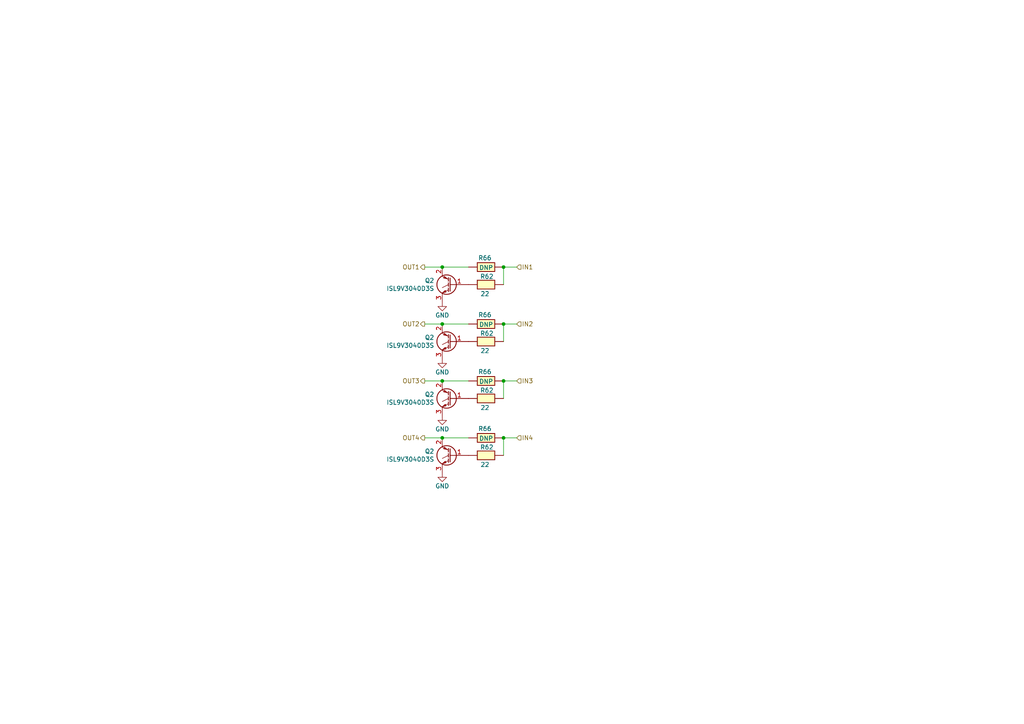
<source format=kicad_sch>
(kicad_sch (version 20230121) (generator eeschema)
  (paper "A4")
  (lib_symbols
    (symbol "Device:Q_NIGBT_GCE" (pin_names (offset 0) hide)
      (property "Reference" "Q" (at 5.08 1.27 0))
      (property "Value" "Q_NIGBT_GCE" (at 5.08 -1.27 0))
      (symbol "Q_NIGBT_GCE_0_1"
        (polyline (pts (xy 0.762 -1.016) (xy 0.762 -2.032)) (stroke (width 0.254)))
        (polyline (pts (xy 0.762 0.508) (xy 0.762 -0.508)) (stroke (width 0.254)))
        (polyline (pts (xy 0.762 2.032) (xy 0.762 1.016)) (stroke (width 0.254)))
        (polyline (pts (xy 2.54 -2.413) (xy 0.762 -1.524)))
        (polyline (pts (xy 2.54 -0.889) (xy 0.762 0)))
        (polyline (pts (xy 2.54 2.413) (xy 0.762 1.524)))
        (polyline (pts (xy 0.254 1.905) (xy 0.254 -1.905) (xy 0.254 -1.905)) (stroke (width 0.254)))
        (polyline (pts (xy 1.397 -2.159) (xy 1.651 -1.651) (xy 2.54 -2.413) (xy 1.397 -2.159)) (fill (type outline)))
        (polyline (pts (xy 2.159 1.905) (xy 1.905 2.413) (xy 1.016 1.651) (xy 2.159 1.905)) (fill (type outline)))
        (circle (center 1.27 0) (radius 2.8194) (stroke (width 0.254)))
      )
      (symbol "Q_NIGBT_GCE_1_1"
        (pin input line (at -5.08 0 0) (length 5.334) (name "G") (number "1"))
        (pin passive line (at 2.54 5.08 270) (length 2.54) (name "C") (number "2"))
        (pin passive line (at 2.54 -5.08 90) (length 2.54) (name "E") (number "3"))
      )
    )
    (symbol "hellen-one-common:Res" (pin_numbers hide)
      (property "Reference" "R" (at 3.81 2.54 0))
      (property "Value" "Res" (at 5.08 -2.54 0))
      (symbol "Res_1_0"
        (rectangle (start 2.54 -1.27) (end 7.62 1.27) (stroke (width 0.254)) (fill (type background)))
        (pin passive line (at 0 0 0) (length 2.54) (name "") (number "1"))
        (pin passive line (at 10.16 0 180) (length 2.54) (name "") (number "2"))
      )
    )
    (symbol "power:GND" (power) (pin_names (offset 0))
      (property "Value" "GND" (at 0 -3.81 0))
      (symbol "GND_0_1"
        (polyline (pts (xy 0 0) (xy 0 -1.27) (xy 1.27 -1.27) (xy 0 -2.54) (xy -1.27 -1.27) (xy 0 -1.27)))
      )
      (symbol "GND_1_1"
        (pin power_in line (at 0 0 270) (length 0) hide (name "GND") (number "1"))
      )
    )
  )
  (junction (at 128.27 93.98))
  (junction (at 146.05 93.98))
  (junction (at 128.27 77.47))
  (junction (at 146.05 127))
  (junction (at 146.05 110.49))
  (junction (at 128.27 110.49))
  (junction (at 128.27 127))
  (junction (at 146.05 77.47))
  (wire (pts (xy 128.27 77.47) (xy 135.89 77.47)))
  (wire (pts (xy 146.05 93.98) (xy 146.05 99.06)))
  (wire (pts (xy 146.05 77.47) (xy 146.05 82.55)))
  (wire (pts (xy 146.05 110.49) (xy 149.86 110.49)))
  (wire (pts (xy 123.19 127) (xy 128.27 127)))
  (wire (pts (xy 123.19 77.47) (xy 128.27 77.47)))
  (wire (pts (xy 146.05 110.49) (xy 146.05 115.57)))
  (wire (pts (xy 128.27 110.49) (xy 135.89 110.49)))
  (wire (pts (xy 146.05 93.98) (xy 149.86 93.98)))
  (wire (pts (xy 146.05 127) (xy 146.05 132.08)))
  (wire (pts (xy 146.05 127) (xy 149.86 127)))
  (wire (pts (xy 123.19 93.98) (xy 128.27 93.98)))
  (wire (pts (xy 128.27 93.98) (xy 135.89 93.98)))
  (wire (pts (xy 123.19 110.49) (xy 128.27 110.49)))
  (wire (pts (xy 128.27 127) (xy 135.89 127)))
  (wire (pts (xy 146.05 77.47) (xy 149.86 77.47)))
  (hierarchical_label "IN1" (shape input) (at 149.86 77.47 0))
  (hierarchical_label "OUT3" (shape output) (at 123.19 110.49 180))
  (hierarchical_label "OUT1" (shape output) (at 123.19 77.47 180))
  (hierarchical_label "IN2" (shape input) (at 149.86 93.98 0))
  (hierarchical_label "IN3" (shape input) (at 149.86 110.49 0))
  (hierarchical_label "OUT4" (shape output) (at 123.19 127 180))
  (hierarchical_label "OUT2" (shape output) (at 123.19 93.98 180))
  (hierarchical_label "IN4" (shape input) (at 149.86 127 0))
  (symbol (lib_id "hellen-one-common:Res") (at 146.05 77.47 0) (mirror y) (unit 1)
    (property "Reference" "R66" (at 140.6496 74.8253 0))
    (property "Value" "DNP" (at 140.9965 77.6327 0))
    (property "Footprint" "Resistor_SMD:R_2512_6332Metric" (effects hide))
    (instances (project "hellen-hyundai-pb-154" (path "" (reference "R66") (unit 1)) (path "" (reference "R57") (unit 1))))
  )
  (symbol (lib_id "Device:Q_NIGBT_GCE") (at 130.81 132.08 0) (mirror y) (unit 1)
    (property "Reference" "Q2" (at 125.9586 130.9116 0) (effects (justify left)))
    (property "Value" "ISL9V3040D3S" (at 125.9586 133.223 0) (effects (justify left)))
    (property "Footprint" "Package_TO_SOT_SMD:TO-252-2" (effects hide))
    (property "LCSC" "C462128" (effects hide))
    (instances (project "hellen-hyundai-pb-154" (path "" (reference "Q2") (unit 1)) (path "" (reference "Q4") (unit 1))))
  )
  (symbol (lib_id "hellen-one-common:Res") (at 135.89 82.55 0) (mirror x) (unit 1)
    (property "Reference" "R62" (at 141.212 80.2018 0))
    (property "Value" "22" (at 140.6561 85.2256 0))
    (property "Footprint" "hellen-one-common:R0603" (effects hide))
    (property "LCSC" "C23345" (effects hide))
    (instances (project "hellen-hyundai-pb-154" (path "" (reference "R62") (unit 1)) (path "" (reference "R56") (unit 1))))
  )
  (symbol (lib_id "Device:Q_NIGBT_GCE") (at 130.81 115.57 0) (mirror y) (unit 1)
    (property "Reference" "Q2" (at 125.9586 114.4016 0) (effects (justify left)))
    (property "Value" "ISL9V3040D3S" (at 125.9586 116.713 0) (effects (justify left)))
    (property "Footprint" "Package_TO_SOT_SMD:TO-252-2" (effects hide))
    (property "LCSC" "C462128" (effects hide))
    (instances (project "hellen-hyundai-pb-154" (path "" (reference "Q2") (unit 1)) (path "" (reference "Q3") (unit 1))))
  )
  (symbol (lib_id "hellen-one-common:Res") (at 135.89 99.06 0) (mirror x) (unit 1)
    (property "Reference" "R62" (at 141.212 96.7118 0))
    (property "Value" "22" (at 140.6561 101.7356 0))
    (property "Footprint" "hellen-one-common:R0603" (effects hide))
    (property "LCSC" "C23345" (effects hide))
    (instances (project "hellen-hyundai-pb-154" (path "" (reference "R62") (unit 1)) (path "" (reference "R7") (unit 1))))
  )
  (symbol (lib_id "power:GND") (at 128.27 137.16 0) (unit 1)
    (property "Reference" "#PWR086" (effects hide))
    (property "Value" "GND" (at 128.27 140.97 0))
    (instances (project "hellen-hyundai-pb-154" (path "" (reference "#PWR086") (unit 1)) (path "" (reference "#PWR081") (unit 1))))
  )
  (symbol (lib_id "hellen-one-common:Res") (at 146.05 127 0) (mirror y) (unit 1)
    (property "Reference" "R66" (at 140.6496 124.3553 0))
    (property "Value" "DNP" (at 140.9965 127.1627 0))
    (property "Footprint" "Resistor_SMD:R_2512_6332Metric" (effects hide))
    (instances (project "hellen-hyundai-pb-154" (path "" (reference "R66") (unit 1)) (path "" (reference "R59") (unit 1))))
  )
  (symbol (lib_id "power:GND") (at 128.27 120.65 0) (unit 1)
    (property "Reference" "#PWR086" (effects hide))
    (property "Value" "GND" (at 128.27 124.46 0))
    (instances (project "hellen-hyundai-pb-154" (path "" (reference "#PWR086") (unit 1)) (path "" (reference "#PWR080") (unit 1))))
  )
  (symbol (lib_id "hellen-one-common:Res") (at 146.05 110.49 0) (mirror y) (unit 1)
    (property "Reference" "R66" (at 140.6496 107.8453 0))
    (property "Value" "DNP" (at 140.9965 110.6527 0))
    (property "Footprint" "Resistor_SMD:R_2512_6332Metric" (effects hide))
    (instances (project "hellen-hyundai-pb-154" (path "" (reference "R66") (unit 1)) (path "" (reference "R15") (unit 1))))
  )
  (symbol (lib_id "power:GND") (at 128.27 104.14 0) (unit 1)
    (property "Reference" "#PWR086" (effects hide))
    (property "Value" "GND" (at 128.27 107.95 0))
    (instances (project "hellen-hyundai-pb-154" (path "" (reference "#PWR086") (unit 1)) (path "" (reference "#PWR079") (unit 1))))
  )
  (symbol (lib_id "hellen-one-common:Res") (at 146.05 93.98 0) (mirror y) (unit 1)
    (property "Reference" "R66" (at 140.6496 91.3353 0))
    (property "Value" "DNP" (at 140.9965 94.1427 0))
    (property "Footprint" "Resistor_SMD:R_2512_6332Metric" (effects hide))
    (instances (project "hellen-hyundai-pb-154" (path "" (reference "R66") (unit 1)) (path "" (reference "R8") (unit 1))))
  )
  (symbol (lib_id "hellen-one-common:Res") (at 135.89 115.57 0) (mirror x) (unit 1)
    (property "Reference" "R62" (at 141.212 113.2218 0))
    (property "Value" "22" (at 140.6561 118.2456 0))
    (property "Footprint" "hellen-one-common:R0603" (effects hide))
    (property "LCSC" "C23345" (effects hide))
    (instances (project "hellen-hyundai-pb-154" (path "" (reference "R62") (unit 1)) (path "" (reference "R14") (unit 1))))
  )
  (symbol (lib_id "Device:Q_NIGBT_GCE") (at 130.81 99.06 0) (mirror y) (unit 1)
    (property "Reference" "Q2" (at 125.9586 97.8916 0) (effects (justify left)))
    (property "Value" "ISL9V3040D3S" (at 125.9586 100.203 0) (effects (justify left)))
    (property "Footprint" "Package_TO_SOT_SMD:TO-252-2" (effects hide))
    (property "LCSC" "C462128" (effects hide))
  )
  (symbol (lib_id "Device:Q_NIGBT_GCE") (at 130.81 82.55 0) (mirror y) (unit 1)
    (property "Reference" "Q2" (at 125.9586 81.3816 0) (effects (justify left)))
    (property "Value" "ISL9V3040D3S" (at 125.9586 83.693 0) (effects (justify left)))
    (property "Footprint" "Package_TO_SOT_SMD:TO-252-2" (effects hide))
    (property "LCSC" "C462128" (effects hide))
    (instances (project "hellen-hyundai-pb-154" (path "" (reference "Q2") (unit 1)) (path "" (reference "Q1") (unit 1))))
  )
  (symbol (lib_id "hellen-one-common:Res") (at 135.89 132.08 0) (mirror x) (unit 1)
    (property "Reference" "R62" (at 141.212 129.7318 0))
    (property "Value" "22" (at 140.6561 134.7556 0))
    (property "Footprint" "hellen-one-common:R0603" (effects hide))
    (property "LCSC" "C23345" (effects hide))
    (instances (project "hellen-hyundai-pb-154" (path "" (reference "R62") (unit 1)) (path "" (reference "R58") (unit 1))))
  )
  (symbol (lib_id "power:GND") (at 128.27 87.63 0) (unit 1)
    (property "Reference" "#PWR086" (effects hide))
    (property "Value" "GND" (at 128.27 91.44 0))
    (instances (project "hellen-hyundai-pb-154" (path "" (reference "#PWR086") (unit 1)) (path "" (reference "#PWR078") (unit 1))))
  )
)
</source>
